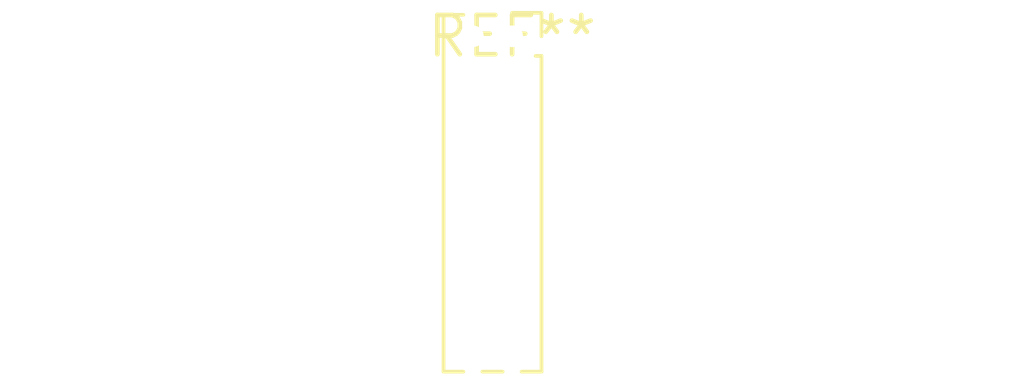
<source format=kicad_pcb>
(kicad_pcb (version 20240108) (generator pcbnew)
  (layers (0 "F.Cu" signal) (31 "B.Cu" signal) (34 "B.Paste" user) (35 "F.Paste" user) (36 "B.SilkS" user "B.Silkscreen") (37 "F.SilkS" user "F.Silkscreen") (38 "B.Mask" user) (39 "F.Mask" user) (44 "Edge.Cuts" user))
  (net 0 "")
  (footprint "PinSocket_2x09_P1.27mm_Vertical" (layer "F.Cu") (at 0 0)
    (property "Reference" "REF**")
    (property "Value" "PinSocket_2x09_P1.27mm_Vertical")
    (fp_line (start -2.22 -0.695) (end -2.22 10.855) (layer "F.SilkS") (stroke (width 0.12)))
    (fp_line (start -2.22 -0.695) (end -1.57753 -0.695) (layer "F.SilkS") (stroke (width 0.12)))
    (fp_line (start -2.22 10.855) (end -1.57753 10.855) (layer "F.SilkS") (stroke (width 0.12)))
    (fp_line (start -0.96247 -0.695) (end -0.76 -0.695) (layer "F.SilkS") (stroke (width 0.12)))
    (fp_line (start -0.96247 10.855) (end -0.30753 10.855) (layer "F.SilkS") (stroke (width 0.12)))
    (fp_line (start 0 -0.76) (end 0.95 -0.76) (layer "F.SilkS") (stroke (width 0.12)))
    (fp_line (start 0.30753 10.855) (end 0.95 10.855) (layer "F.SilkS") (stroke (width 0.12)))
    (fp_line (start 0.76 0.635) (end 0.95 0.635) (layer "F.SilkS") (stroke (width 0.12)))
    (fp_line (start 0.95 -0.76) (end 0.95 0) (layer "F.SilkS") (stroke (width 0.12)))
    (fp_line (start 0.95 0.635) (end 0.95 10.855) (layer "F.SilkS") (stroke (width 0.12)))
    (pad "1" thru_hole rect (at 0 0) (size 1 1) (drill 0.7) (layers *.Cu *.Mask) (remove_unused_layers))
    (pad "2" thru_hole oval (at -1.27 0) (size 1 1) (drill 0.7) (layers *.Cu *.Mask) (remove_unused_layers))
    (pad "3" thru_hole oval (at 0 1.27) (size 1 1) (drill 0.7) (layers *.Cu *.Mask) (remove_unused_layers))
    (pad "4" thru_hole oval (at -1.27 1.27) (size 1 1) (drill 0.7) (layers *.Cu *.Mask) (remove_unused_layers))
    (pad "5" thru_hole oval (at 0 2.54) (size 1 1) (drill 0.7) (layers *.Cu *.Mask) (remove_unused_layers))
    (pad "6" thru_hole oval (at -1.27 2.54) (size 1 1) (drill 0.7) (layers *.Cu *.Mask) (remove_unused_layers))
    (pad "7" thru_hole oval (at 0 3.81) (size 1 1) (drill 0.7) (layers *.Cu *.Mask) (remove_unused_layers))
    (pad "8" thru_hole oval (at -1.27 3.81) (size 1 1) (drill 0.7) (layers *.Cu *.Mask) (remove_unused_layers))
    (pad "9" thru_hole oval (at 0 5.08) (size 1 1) (drill 0.7) (layers *.Cu *.Mask) (remove_unused_layers))
    (pad "10" thru_hole oval (at -1.27 5.08) (size 1 1) (drill 0.7) (layers *.Cu *.Mask) (remove_unused_layers))
    (pad "11" thru_hole oval (at 0 6.35) (size 1 1) (drill 0.7) (layers *.Cu *.Mask) (remove_unused_layers))
    (pad "12" thru_hole oval (at -1.27 6.35) (size 1 1) (drill 0.7) (layers *.Cu *.Mask) (remove_unused_layers))
    (pad "13" thru_hole oval (at 0 7.62) (size 1 1) (drill 0.7) (layers *.Cu *.Mask) (remove_unused_layers))
    (pad "14" thru_hole oval (at -1.27 7.62) (size 1 1) (drill 0.7) (layers *.Cu *.Mask) (remove_unused_layers))
    (pad "15" thru_hole oval (at 0 8.89) (size 1 1) (drill 0.7) (layers *.Cu *.Mask) (remove_unused_layers))
    (pad "16" thru_hole oval (at -1.27 8.89) (size 1 1) (drill 0.7) (layers *.Cu *.Mask) (remove_unused_layers))
    (pad "17" thru_hole oval (at 0 10.16) (size 1 1) (drill 0.7) (layers *.Cu *.Mask) (remove_unused_layers))
    (pad "18" thru_hole oval (at -1.27 10.16) (size 1 1) (drill 0.7) (layers *.Cu *.Mask) (remove_unused_layers))
  )
)
</source>
